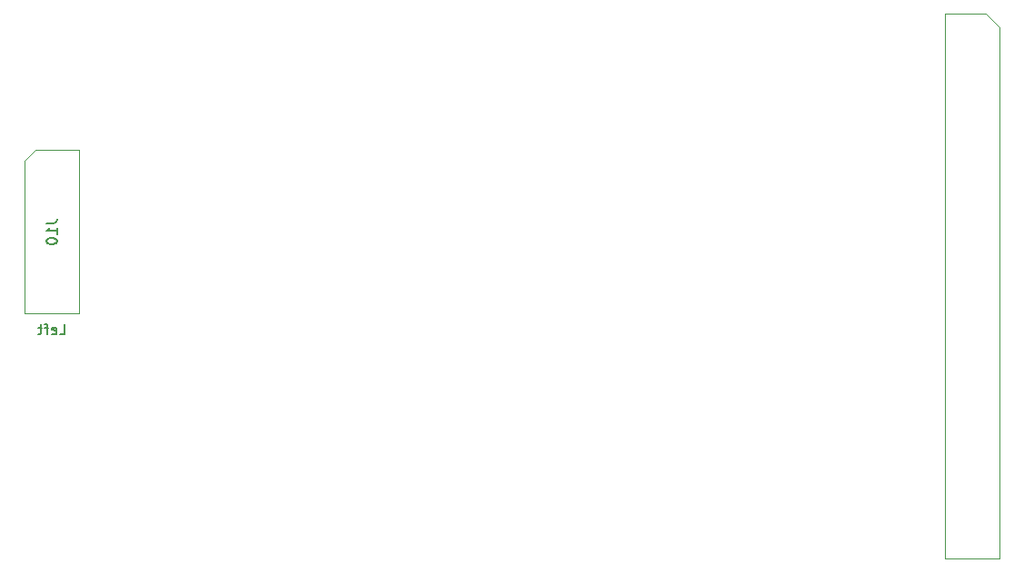
<source format=gbr>
%TF.GenerationSoftware,KiCad,Pcbnew,(5.1.9)-1*%
%TF.CreationDate,2021-03-10T22:07:46+01:00*%
%TF.ProjectId,poly_kb,706f6c79-5f6b-4622-9e6b-696361645f70,rev?*%
%TF.SameCoordinates,Original*%
%TF.FileFunction,Other,Fab,Bot*%
%FSLAX46Y46*%
G04 Gerber Fmt 4.6, Leading zero omitted, Abs format (unit mm)*
G04 Created by KiCad (PCBNEW (5.1.9)-1) date 2021-03-10 22:07:46*
%MOMM*%
%LPD*%
G01*
G04 APERTURE LIST*
%ADD10C,0.100000*%
%ADD11C,0.150000*%
G04 APERTURE END LIST*
D10*
%TO.C,J10*%
X447040000Y-170688000D02*
X442960000Y-170688000D01*
X442960000Y-170688000D02*
X441960000Y-171688000D01*
X441960000Y-171688000D02*
X441960000Y-185928000D01*
X441960000Y-185928000D02*
X447040000Y-185928000D01*
X447040000Y-185928000D02*
X447040000Y-170688000D01*
%TO.C,J7*%
X531495000Y-157988000D02*
X527685000Y-157988000D01*
X527685000Y-157988000D02*
X527685000Y-208788000D01*
X527685000Y-208788000D02*
X532765000Y-208788000D01*
X532765000Y-208788000D02*
X532765000Y-159258000D01*
X532765000Y-159258000D02*
X531495000Y-157988000D01*
%TD*%
%TO.C,J10*%
D11*
X445190476Y-187880380D02*
X445666666Y-187880380D01*
X445666666Y-186880380D01*
X444476190Y-187832761D02*
X444571428Y-187880380D01*
X444761904Y-187880380D01*
X444857142Y-187832761D01*
X444904761Y-187737523D01*
X444904761Y-187356571D01*
X444857142Y-187261333D01*
X444761904Y-187213714D01*
X444571428Y-187213714D01*
X444476190Y-187261333D01*
X444428571Y-187356571D01*
X444428571Y-187451809D01*
X444904761Y-187547047D01*
X444142857Y-187213714D02*
X443761904Y-187213714D01*
X444000000Y-187880380D02*
X444000000Y-187023238D01*
X443952380Y-186928000D01*
X443857142Y-186880380D01*
X443761904Y-186880380D01*
X443571428Y-187213714D02*
X443190476Y-187213714D01*
X443428571Y-186880380D02*
X443428571Y-187737523D01*
X443380952Y-187832761D01*
X443285714Y-187880380D01*
X443190476Y-187880380D01*
X443952380Y-177498476D02*
X444666666Y-177498476D01*
X444809523Y-177450857D01*
X444904761Y-177355619D01*
X444952380Y-177212761D01*
X444952380Y-177117523D01*
X444952380Y-178498476D02*
X444952380Y-177927047D01*
X444952380Y-178212761D02*
X443952380Y-178212761D01*
X444095238Y-178117523D01*
X444190476Y-178022285D01*
X444238095Y-177927047D01*
X443952380Y-179117523D02*
X443952380Y-179212761D01*
X444000000Y-179308000D01*
X444047619Y-179355619D01*
X444142857Y-179403238D01*
X444333333Y-179450857D01*
X444571428Y-179450857D01*
X444761904Y-179403238D01*
X444857142Y-179355619D01*
X444904761Y-179308000D01*
X444952380Y-179212761D01*
X444952380Y-179117523D01*
X444904761Y-179022285D01*
X444857142Y-178974666D01*
X444761904Y-178927047D01*
X444571428Y-178879428D01*
X444333333Y-178879428D01*
X444142857Y-178927047D01*
X444047619Y-178974666D01*
X444000000Y-179022285D01*
X443952380Y-179117523D01*
%TD*%
M02*

</source>
